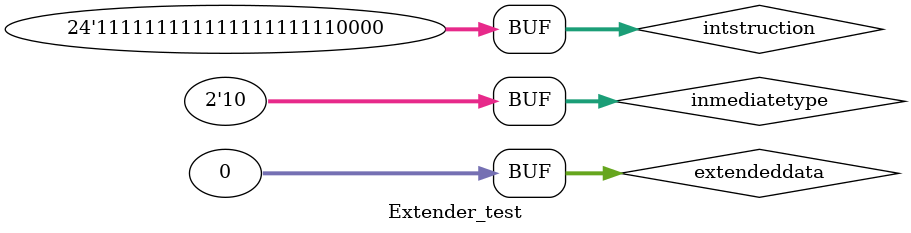
<source format=sv>
module Extender_test();

	logic [23:0] intstruction;
	logic [1:0] inmediatetype;
	logic [31:0] extendeddata;
	
	Extender ext (intstruction,inmediatetype,extendeddata);
	
	initial begin
	intstruction='h0fffff;inmediatetype=0;extendeddata=0; #10;
	
	inmediatetype='b10; #10;
	intstruction='hf0ffff;#10;
	intstruction='hff0fff;#10;
	intstruction='hfff0ff;#10;
	intstruction='hffff0f;#10;
	intstruction='hfffff0;#10;
	end 
	
endmodule 
</source>
